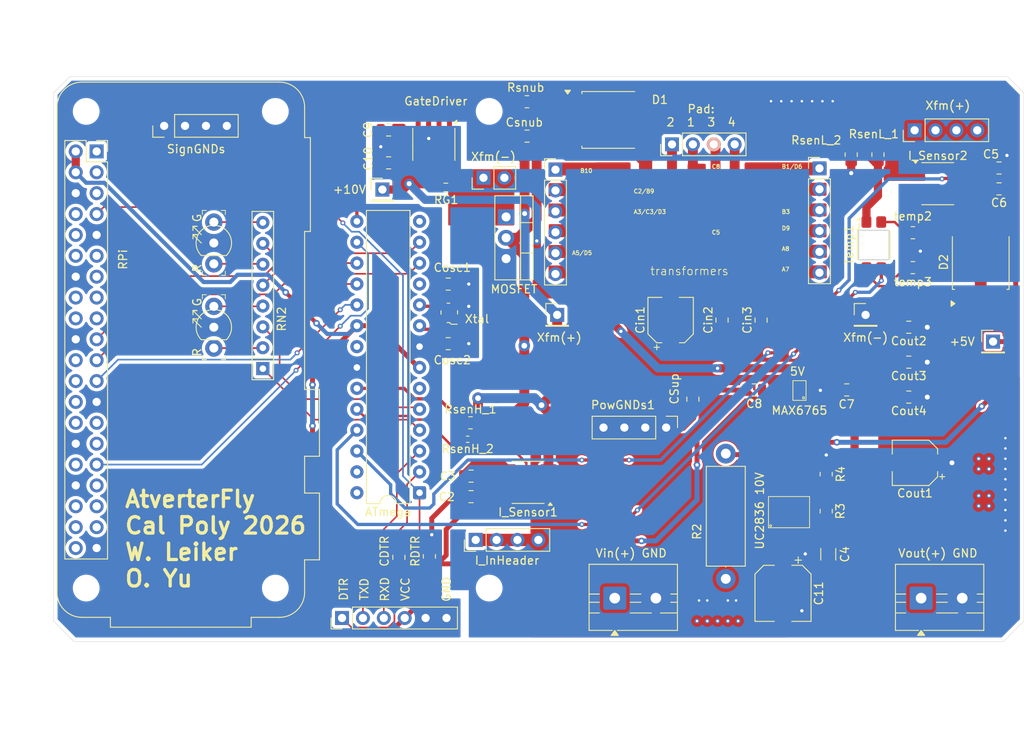
<source format=kicad_pcb>
(kicad_pcb (version 20241229) (generator "pcbnew") (generator_version "9.0")
  (title_block (title "EV Microgrid Flyback Converter ") (company "Cal Poly, Senior Project"))
  (layers (0 "F.Cu" signal) (2 "B.Cu" signal) (13 "F.Paste" user) (15 "B.Paste" user) (5 "F.SilkS" user "F.Silkscreen") (7 "B.SilkS" user "B.Silkscreen") (1 "F.Mask" user) (3 "B.Mask" user) (25 "Edge.Cuts" user))
  (net 0 "")
  (net 1 "/+5Vcc")
  (net 2 "AGND")
  (net 3 "Net-(I_Sensor1-FILTER)")
  (net 4 "PGND")
  (net 5 "/+10Vcc")
  (net 6 "Net-(I_Sensor2-FILTER)")
  (net 7 "Net-(MAX6765-ENABLE)")
  (net 8 "Net-(MAX6765-OUT)")
  (net 9 "/DTR")
  (net 10 "/!Reset")
  (net 11 "Net-(D1-A)")
  (net 12 "/Vin(+)")
  (net 13 "/Vout(+)")
  (net 14 "Net-(D1-K)")
  (net 15 "Net-(D2-A)")
  (net 17 "/PWM")
  (net 19 "Net-(GateDriver1-~{OUT_A})")
  (net 22 "Net-(T1-AA)")
  (net 23 "/IH")
  (net 24 "/IL")
  (net 25 "Net-(UC2836_10V1-Shutdown)")
  (net 26 "/Red1")
  (net 27 "/Green1")
  (net 28 "Net-(D3-A1)")
  (net 29 "Net-(D3-A2)")
  (net 30 "Net-(D4-A2)")
  (net 31 "/Red2")
  (net 32 "/Green2")
  (net 33 "Net-(D4-A1)")
  (net 34 "/VH")
  (net 36 "/VL")
  (net 37 "/SCLK")
  (net 38 "Net-(ATmega1-XTAL1{slash}PB6)")
  (net 39 "Net-(ATmega1-XTAL2{slash}PB7)")
  (net 40 "unconnected-(ATmega1-AREF-Pad21)")
  (net 41 "/!SS")
  (net 42 "/MOSI")
  (net 43 "/RXD")
  (net 45 "/TXD")
  (net 46 "/ProReset")
  (net 47 "/MISO")
  (net 48 "Net-(UC2836_10V1-Driver_Sink)")
  (net 49 "Net-(UC2836_10V1-Feedback)")
  (net 51 "unconnected-(ATmega1-PC4-Pad27)")
  (net 52 "unconnected-(ATmega1-PB0-Pad14)")
  (net 65 "Net-(RPi1-3V3-Pad1)")
  (net 79 "Net-(MOSFET1-G)")
  (net 80 "Net-(Temp1-A)")
  (net 81 "Net-(Temp1-E)")
  (net 82 "Net-(Temp1-K)")
  (net 83 "Net-(T1-SB)")
  (footprint "FlybackSpecialtyComps:Oscillator_Crystal_4pin_SXT224" (layer "F.Cu") (at 133.025 83.575 180)
    (property "Reference" "Xtal")
    (property "Value" "Xtal" (hide yes))
  )
  (footprint "Connector_PinHeader_2.54mm:PinHeader_1x01_P2.54mm_Vertical" (layer "F.Cu") (at 125 68.75)
    (property "Reference" "REF**" (hide yes))
    (property "Value" "PinHeader_1x01_P2.54mm_Vertical" (hide yes))
  )
  (footprint "Capacitor_SMD:C_0805_2012Metric" (layer "F.Cu") (at 170.21 93.13 180)
    (property "Reference" "C8")
    (property "Value" "0.1u" (hide yes))
  )
  (footprint "Capacitor_SMD:C_0805_2012Metric" (layer "F.Cu") (at 189 89.75 180)
    (property "Reference" "Cout3")
    (property "Value" "5u" (hide yes))
  )
  (footprint "Resistor_SMD:R_0805_2012Metric" (layer "F.Cu") (at 178.96 103.38 -90)
    (property "Reference" "R4")
    (property "Value" "2.5k" (hide yes))
  )
  (footprint "Connector_PinHeader_2.54mm:PinHeader_1x01_P2.54mm_Vertical" (layer "F.Cu") (at 183.75 84)
    (property "Reference" "REF**" (hide yes))
    (property "Value" "PinHeader_1x01_P2.54mm_Vertical" (hide yes))
  )
  (footprint "Capacitor_SMD:C_0805_2012Metric" (layer "F.Cu") (at 189 85.5 180)
    (property "Reference" "Cout2")
    (property "Value" "5u" (hide yes))
  )
  (footprint "Resistor_SMD:R_0805_2012Metric" (layer "F.Cu") (at 130.71 113.38 -90)
    (property "Reference" "RDTR")
    (property "Value" "10k" (hide yes))
  )
  (footprint "Capacitor_SMD:C_0805_2012Metric" (layer "F.Cu") (at 166.294415 84.63 90)
    (property "Reference" "Cin2")
    (property "Value" "5u" (hide yes))
  )
  (footprint "FlybackSpecialtyComps:LED_3pin_P2.54mm" (layer "F.Cu") (at 104.5 77.79 90)
    (property "Reference" "D4" (hide yes))
    (property "Value" "LED_Dual_AKA" (hide yes))
  )
  (footprint "Capacitor_SMD:C_0805_2012Metric" (layer "F.Cu") (at 189 94 180)
    (property "Reference" "Cout4")
    (property "Value" "5u" (hide yes))
  )
  (footprint "Package_SO:SOIC-8_3.9x4.9mm_P1.27mm" (layer "F.Cu") (at 192.525 68.035)
    (property "Reference" "I_Sensor2")
    (property "Value" "ACS712xLCTR-05B" (hide yes))
  )
  (footprint "Package_SO:SOIC-8_3.9x4.9mm_P1.27mm" (layer "F.Cu") (at 131.25 63.25 -90)
    (property "Reference" "GateDriver")
    (property "Value" "TC4426xOA" (hide yes))
  )
  (footprint "OptoDevice:Kodenshi_SG105" (layer "F.Cu") (at 184.75 75.5)
    (property "Reference" "Temp1")
    (property "Value" "Temp" (hide yes))
    (fp_line (start -1.85 -1.8) (end 1.85 -1.8) (stroke (width 0.12)) (layer "Edge.Cuts"))
    (fp_line (start -1.85 1.8) (end -1.85 -1.8) (stroke (width 0.12)) (layer "Edge.Cuts"))
    (fp_line (start 1.85 -1.8) (end 1.85 1.8) (stroke (width 0.12)) (layer "Edge.Cuts"))
    (fp_line (start 1.85 1.8) (end -1.85 1.8) (stroke (width 0.12)) (layer "Edge.Cuts"))
  )
  (footprint "FlybackSpecialtyComps:transformers" (layer "F.Cu") (at 153 66.25)
    (property "Reference" "T1" (hide yes))
    (property "Value" "Transformer_1P_1S" (hide yes))
  )
  (footprint "Capacitor_SMD:CP_Elec_5x4.5" (layer "F.Cu") (at 160.044415 84.63 90)
    (property "Reference" "Cin1")
    (property "Value" "10u" (hide yes))
  )
  (footprint "Package_TO_SOT_SMD:TO-252-3_TabPin2" (layer "F.Cu") (at 197.75 77.585 90)
    (property "Reference" "D2")
    (property "Value" "D" (hide yes))
  )
  (footprint "Capacitor_SMD:C_0805_2012Metric_Pad1.18x1.45mm_HandSolder" (layer "F.Cu") (at 162.75 94.25 -90)
    (property "Reference" "CSup")
    (property "Value" "1uF" (hide yes))
  )
  (footprint "Connector_PinHeader_2.54mm:PinHeader_1x01_P2.54mm_Vertical" (layer "F.Cu") (at 199.25 87.25)
    (property "Reference" "REF**" (hide yes))
    (property "Value" "PinHeader_1x01_P2.54mm_Vertical" (hide yes))
  )
  (footprint "Resistor_THT:R_Array_SIP8" (layer "F.Cu") (at 110.46 90.54 90)
    (property "Reference" "RN2")
    (property "Value" "R_Pack04_SIP" (hide yes))
  )
  (footprint "Resistor_SMD:R_0805_2012Metric" (layer "F.Cu") (at 189.5 74 180)
    (property "Reference" "temp2")
    (property "Value" "temp2" (hide yes))
  )
  (footprint "Resistor_SMD:R_0805_2012Metric" (layer "F.Cu") (at 142.577446 58.063458)
    (property "Reference" "Rsnub")
    (property "Value" "110" (hide yes))
  )
  (footprint "Capacitor_SMD:C_0805_2012Metric" (layer "F.Cu") (at 125.75 61.5)
    (property "Reference" "C9")
    (property "Value" "10u" (hide yes))
  )
  (footprint "Connector_PinHeader_2.54mm:PinHeader_1x04_P2.54mm_Vertical" (layer "F.Cu") (at 136.34 111.38 90)
    (property "Reference" "I_InHeader")
    (property "Value" "Conn_01x04_Pin" (hide yes))
  )
  (footprint "Capacitor_SMD:C_0805_2012Metric" (layer "F.Cu") (at 181.46 93.13)
    (property "Reference" "C7")
    (property "Value" "10u" (hide yes))
  )
  (footprint "Capacitor_SMD:C_0805_2012Metric" (layer "F.Cu") (at 133 87.5 180)
    (property "Reference" "Cosc2")
    (property "Value" "22pf" (hide yes))
  )
  (footprint "Capacitor_SMD:C_0805_2012Metric" (layer "F.Cu") (at 142.5875 62.25)
    (property "Reference" "Csnub")
    (property "Value" "4n" (hide yes))
  )
  (footprint "Capacitor_SMD:CP_Elec_5x4.5" (layer "F.Cu") (at 189.75 102 180)
    (property "Reference" "Cout1")
    (property "Value" "15u" (hide yes))
  )
  (footprint "Capacitor_SMD:C_0805_2012Metric" (layer "F.Cu") (at 135.776297 106.116938 180)
    (property "Reference" "C2")
    (property "Value" "0.1u" (hide yes))
  )
  (footprint "Capacitor_SMD:C_0805_2012Metric" (layer "F.Cu") (at 199.975 66.13)
    (property "Reference" "C5")
    (property "Value" "0.1u" (hide yes))
  )
  (footprint "Connector_PinHeader_2.54mm:PinHeader_1x04_P2.54mm_Vertical" (layer "F.Cu") (at 159.5 97.71 -90)
    (property "Reference" "PowGNDs1")
    (property "Value" "Conn_01x04_Pin" (hide yes))
  )
  (footprint "Capacitor_SMD:C_0805_2012Metric_Pad1.18x1.45mm_HandSolder" (layer "F.Cu") (at 127 113.5 -90)
    (property "Reference" "CDTR")
    (property "Value" "1uF" (hide yes))
  )
  (footprint "FlybackSpecialtyComps:Max6765" (layer "F.Cu") (at 177.21 94.13 180)
    (property "Reference" "MAX6765")
    (property "Value" "5V Regulator" (hide yes))
  )
  (footprint "FlybackSpecialtyComps:FTDI_USB_TTL_Header" (layer "F.Cu") (at 120.09 120.88 90)
    (property "Reference" "Header1" (hide yes))
    (property "Value" "Conn_01x06_Male" (hide yes))
  )
  (footprint "Resistor_SMD:R_0805_2012Metric" (layer "F.Cu") (at 135.71 97.13)
    (property "Reference" "RsenH_1")
    (property "Value" "120k" (hide yes))
  )
  (footprint "Connector_PinHeader_2.54mm:PinHeader_1x04_P2.54mm_Vertical" (layer "F.Cu") (at 189.71 61.535 90)
    (property "Reference" "Xfm(+)")
    (property "Value" "Conn_01x04_Pin" (hide yes))
  )
  (footprint "Capacitor_SMD:C_0805_2012Metric" (layer "F.Cu") (at 133 80.25 180)
    (property "Reference" "Cosc1")
    (property "Value" "22pf" (hide yes))
  )
  (footprint "Connector_PinHeader_2.54mm:PinHeader_1x02_P2.54mm_Vertical" (layer "F.Cu") (at 137.286986 67.317439 90)
    (property "Reference" "Xfm(-)")
    (property "Value" "PinHeader_1x02_P2.54mm_Vertical" (hide yes))
  )
  (footprint "Package_SO:SOIC-8_3.9x4.9mm_P1.27mm" (layer "F.Cu") (at 142.71 104.38 180)
    (property "Reference" "I_Sensor1")
    (property "Value" "ACS712xLCTR-05B" (hide yes))
  )
  (footprint "Resistor_SMD:R_0402_1005Metric_Pad0.72x0.64mm_HandSolder" (layer "F.Cu") (at 135.370389 99.13 180)
    (property "Reference" "RsenH_2")
    (property "Value" "10k" (hide yes))
  )
  (footprint "FlybackSpecialtyComps:FTDI_USB_TTL_Header" (layer "F.Cu") (at 178.139725 66.168571)
    (property "Reference" "Header1" (hide yes))
    (property "Value" "Conn_01x06_Male" (hide yes))
  )
  (footprint "Resistor_SMD:R_0805_2012Metric" (layer "F.Cu") (at 185.25 64.5 -90)
    (property "Reference" "RsenL_1")
    (property "Value" "120k" (hide yes))
  )
  (footprint "Capacitor_SMD:C_0805_2012Metric" (layer "F.Cu") (at 125.75 65.5)
    (property "Reference" "C10")
    (property "Value" "0.1u" (hide yes))
  )
  (footprint "Resistor_SMD:R_0805_2012Metric" (layer "F.Cu") (at 178.96 107.88 90)
    (property "Reference" "R3")
    (property "Value" "7500" (hide yes))
  )
  (footprint "FlybackSpecialtyComps:LED_3pin_P2.54mm" (layer "F.Cu") (at 104.5 88.04 90)
    (property "Reference" "D3" (hide yes))
    (property "Value" "LED_Dual_AKA" (hide yes))
  )
  (footprint "Connector_PinHeader_2.54mm:PinHeader_1x01_P2.54mm_Vertical" (layer "F.Cu") (at 146.25 84)
    (property "Reference" "REF**" (hide yes))
    (property "Value" "PinHeader_1x01_P2.54mm_Vertical" (hide yes))
  )
  (footprint "Capacitor_SMD:C_0805_2012Metric" (layer "F.Cu") (at 171.044415 84.63 90)
    (property "Reference" "Cin3")
    (property "Value" "5u" (hide yes))
  )
  (footprint "TerminalBlock:TerminalBlock_MaiXu_MX126-5.0-02P_1x02_P5.00mm" (layer "F.Cu") (at 153.25 118.4675)
    (property "Reference" "Vin(+) GND")
    (property "Value" "Screw_Terminal_01x02" (hide yes))
  )
  (footprint "Package_DIP:DIP-28_W7.62mm" (layer "F.Cu") (at 129.515 105.64 180)
    (property "Reference" "ATmega")
    (property "Value" "ATmega328P-P" (hide yes))
  )
  (footprint "FlybackSpecialtyComps:UC2836" (layer "F.Cu") (at 172.46 110.87 90)
    (property "Reference" "UC2836_10V1" (hide yes))
    (property "Value" "10V Regulator" (hide yes))
  )
  (footprint "Package_TO_SOT_THT:TO-220-3_Vertical" (layer "F.Cu") (at 140.04 72.08 -90)
    (property "Reference" "MOSFET")
    (property "Value" "IRF540N" (hide yes))
  )
  (footprint "Capacitor_SMD:C_0805_2012Metric" (layer "F.Cu") (at 135.776297 103.616938)
    (property "Reference" "C3")
    (property "Value" "1n" (hide yes))
  )
  (footprint "Connector_PinHeader_2.54mm:PinHeader_1x04_P2.54mm_Vertical" (layer "F.Cu") (at 98.46 61 90)
    (property "Reference" "SignGNDs")
    (property "Value" "Conn_01x04_Pin" (hide yes))
  )
  (footprint "Resistor_SMD:R_0603_1608Metric" (layer "F.Cu") (at 132.713291 68.497971)
    (property "Reference" "RG1")
    (property "Value" "0" (hide yes))
  )
  (footprint "FlybackSpecialtyComps:Raspberry_Pi_Zero_and_Four" (layer "F.Cu") (at 90.25 64.11)
    (property "Reference" "RPi")
    (property "Value" "Raspberry_Pi_2_3" (hide yes))
  )
  (footprint "Resistor_SMD:R_0805_2012Metric" (layer "F.Cu") (at 182 64.5 -90)
    (property "Reference" "RsenL_2")
    (property "Value" "10k" (hide yes))
  )
  (footprint "Connector_PinHeader_2.54mm:PinHeader_1x04_P2.54mm_Vertical" (layer "F.Cu") (at 160.21 63.25 90)
    (property "Reference" "I_InHeader1" (hide yes))
    (property "Value" "Conn_01x04_Pin" (hide yes))
  )
  (footprint "Capacitor_SMD:C_1206_3216Metric" (layer "F.Cu") (at 179.21 113.13 -90)
    (property "Reference" "C4")
    (property "Value" "30u" (hide yes))
  )
  (footprint "TerminalBlock:TerminalBlock_MaiXu_MX126-5.0-02P_1x02_P5.00mm" (layer "F.Cu") (at 190.5 118.4675)
    (property "Reference" "Vout(+) GND")
    (property "Value" "Screw_Terminal_01x02" (hide yes))
  )
  (footprint "Capacitor_SMD:C_0805_2012Metric" (layer "F.Cu") (at 199.975 68.668596 180)
    (property "Reference" "C6")
    (property "Value" "1n" (hide yes))
  )
  (footprint "Resistor_SMD:R_0805_2012Metric" (layer "F.Cu") (at 189.5 78.25 180)
    (property "Reference" "temp3")
    (property "Value" "temp3" (hide yes))
  )
  (footprint "Resistor_THT:R_Axial_DIN0414_L11.9mm_D4.5mm_P15.24mm_Horizontal" (layer "F.Cu") (at 166.75 116.12 90)
    (property "Reference" "R2")
    (property "Value" "0.1" (hide yes))
  )
  (footprint "Capacitor_SMD:CP_Elec_6.3x7.7" (layer "F.Cu") (at 173.71 117.88 -90)
    (property "Reference" "C11")
    (property "Value" "30u" (hide yes))
  )
  (footprint "Package_TO_SOT_SMD:TO-252-3_TabPin2" (layer "F.Cu") (at 152.565 60.275)
    (property "Reference" "D1")
    (property "Value" "D" (hide yes))
  )
  (footprint "FlybackSpecialtyComps:FTDI_USB_TTL_Header" (layer "F.Cu") (at 146.04 66.33)
    (property "Reference" "Header1" (hide yes))
    (property "Value" "Conn_01x06_Male" (hide yes))
  )
  (gr_line (start 87 55) (end 85 57) (stroke (width 0.05)) (layer "Edge.Cuts"))
  (gr_line (start 85 57) (end 85 121.25) (stroke (width 0.05)) (layer "Edge.Cuts"))
  (gr_line (start 203 121.25) (end 200.5 123.75) (stroke (width 0.05)) (layer "Edge.Cuts"))
  (gr_line (start 201 55) (end 203 57) (stroke (width 0.05)) (layer "Edge.Cuts"))
  (gr_line (start 201 55) (end 87 55) (stroke (width 0.05)) (layer "Edge.Cuts"))
  (gr_line (start 87.5 123.75) (end 85 121.25) (stroke (width 0.05)) (layer "Edge.Cuts"))
  (gr_line (start 203 57) (end 203 121.25) (stroke (width 0.05)) (layer "Edge.Cuts"))
  (gr_line (start 200.5 123.75) (end 87.5 123.75) (stroke (width 0.05)) (layer "Edge.Cuts"))
  (gr_text "Pad:\n2  1  3  4" (at 163.75 59.75 0) (layer "F.SilkS") (effects (font (size 1 1))))
  (gr_text "Xfm(+)" (at 146.5 86.75 0) (layer "F.SilkS") (effects (font (size 1 1))))
  (gr_text "+10V\n" (at 121 68.75 0) (layer "F.SilkS") (effects (font (size 1 1))))
  (gr_text "+5V" (at 195.5 87.25 0) (layer "F.SilkS") (effects (font (size 1 1))))
  (gr_text "Xfm(-)" (at 183.75 86.75 0) (layer "F.SilkS") (effects (font (size 1 1))))
  (gr_text "5V" (at 175.46 90.88 0) (layer "F.SilkS") (effects (font (size 1 1))))
  (gr_text "AtverterFly\nCal Poly 2026\nW. Leiker\nO. Yu\n" (at 93.5 117.25 0) (layer "F.SilkS") (effects (font (size 2 2) (thickness 0.4) (bold yes)) (justify left bottom)))
  (segment (start 127.71 120.88) (end 130.71 117.88) (width 0.6) (layer "F.Cu") (net 1))
  (segment (start 162.71 93.15) (end 169.24 93.15) (width 0.6) (layer "F.Cu") (net 1))
  (segment (start 163.25 102.25) (end 163.25 99.14) (width 0.6) (layer "F.Cu") (net 1))
  (segment (start 121.895 85.32) (end 116.5 90.715) (width 0.6) (layer "F.Cu") (net 1))
  (segment (start 175.63 99.5) (end 169.26 93.13) (width 0.6) (layer "F.Cu") (net 1))
  (segment (start 130.71 117.88) (end 130.71 114.2925) (width 0.6) (layer "F.Cu") (net 1))
  (segment (start 116.5 97.5) (end 116.5 120.75) (width 0.6) (layer "F.Cu") (net 1))
  (segment (start 180.25 99.5) (end 175.63 99.5) (width 0.6) (layer "F.Cu") (net 1))
  (segment (start 199.025 66.13) (end 195 66.13) (width 0.6) (layer "F.Cu") (net 1))
  (segment (start 156.5 111.5) (end 149.5 111.5) (width 0.6) (layer "F.Cu") (net 1))
  (segment (start 87.71 66.65) (end 87.71 64.11) (width 1) (layer "F.Cu") (net 1))
  (segment (start 116.5 90.715) (end 116.5 92.5) (width 0.6) (layer "F.Cu") (net 1))
  (segment (start 132.75 110.093235) (end 136.726297 106.116938) (width 0.6) (layer "F.Cu") (net 1))
  (segment (start 129.4 90.4) (end 124.32 85.32) (width 0.6) (layer "F.Cu") (net 1))
  (segment (start 199.025 64.725) (end 200.25 63.5) (width 0.6) (layer "F.Cu") (net 1))
  (segment (start 149.5 111.5) (end 146.7075 114.2925) (width 0.6) (layer "F.Cu") (net 1))
  (segment (start 124.32 85.32) (end 121.895 85.32) (width 0.6) (layer "F.Cu") (net 1))
  (segment (start 202 91) (end 197.875 95.125) (width 0.6) (layer "F.Cu") (net 1))
  (segment (start 130.71 114.2925) (end 131.7075 114.2925) (width 0.6) (layer "F.Cu") (net 1))
  (segment (start 118.5 122.75) (end 125.84 122.75) (width 0.6) (layer "F.Cu") (net 1))
  (segment (start 125.84 122.75) (end 127.71 120.88) (width 0.6) (layer "F.Cu") (net 1))
  (segment (start 199.025 66.13) (end 199.025 64.725) (width 0.6) (layer "F.Cu") (net 1))
  (segment (start 113.237525 81.262475) (end 116.987525 85.012475) (width 0.5) (layer "F.Cu") (net 1))
  (segment (start 169.24 93.15) (end 169.26 93.13) (width 0.6) (layer "F.Cu") (net 1))
  (segment (start 202 64) (end 202 87.25) (width 0.6) (layer "F.Cu") (net 1))
  (segment (start 202 87.25) (end 202 91) (width 0.6) (layer "F.Cu") (net 1))
  (segment (start 131.7075 114.2925) (end 132.75 113.25) (width 0.6) (layer "F.Cu") (net 1))
  (segment (start 199.25 87.25) (end 202 87.25) (width 0.6) (layer "F.Cu") (net 1))
  (segment (start 201.5 63.5) (end 202 64) (width 0.6) (layer "F.Cu") (net 1))
  (segment (start 163.25 99.14) (end 169.26 93.13) (width 0.6) (layer "F.Cu") (net 1))
  (segment (start 116.5 120.75) (end 118.5 122.75) (width 0.6) (layer "F.Cu") (net 1))
  (segment (start 200.25 63.5) (end 201.5 63.5) (width 0.6) (layer "F.Cu") (net 1))
  (segment (start 146.7075 114.2925) (end 130.71 114.2925) (width 0.6) (layer "F.Cu") (net 1))
  (segment (start 132.75 113.25) (end 132.75 110.093235) (width 0.6) (layer "F.Cu") (net 1))
  (segment (start 140.235 106.285) (end 136.894359 106.285) (width 0.6) (layer "F.Cu") (net 1))
  (segment (start 129.515 90.4) (end 129.4 90.4) (width 0.6) (layer "F.Cu") (net 1))
  (via (at 197.875 95.125) (size 0.8) (drill 0.4) (layers "F.Cu" "B.Cu") (net 1))
  (via (at 180.25 99.5) (size 0.8) (drill 0.4) (layers "F.Cu" "B.Cu") (net 1))
  (via (at 156.5 111.5) (size 0.8) (drill 0.4) (layers "F.Cu" "B.Cu") (net 1))
  (via (at 116.5 92.5) (size 0.8) (drill 0.4) (layers "F.Cu" "B.Cu") (net 1))
  (via (at 116.987525 85.012475) (size 0.8) (drill 0.4) (layers "F.Cu" "B.Cu") (net 1))
  (via (at 116.5 97.5) (size 0.8) (drill 0.4) (layers "F.Cu" "B.Cu") (net 1))
  (via (at 163.25 102.25) (size 0.8) (drill 0.4) (layers "F.Cu" "B.Cu") (net 1))
  (via (at 113.237525 81.262475) (size 0.8) (drill 0.4) (layers "F.Cu" "B.Cu") (net 1))
  (segment (start 197.875 95.125) (end 193.5 99.5) (width 0.6) (layer "B.Cu") (net 1))
  (segment (start 111.086512 79.111462) (end 113.237525 81.262475) (width 0.5) (layer "B.Cu") (net 1))
  (segment (start 120.8959 86.3191) (end 121.895 85.32) (width 0.5) (layer "B.Cu") (net 1))
  (segment (start 163.25 106.5) (end 163.25 102.25) (width 0.6) (layer "B.Cu") (net 1))
  (segment (start 107.388538 79.111462) (end 111.086512 79.111462) (width 0.5) (layer "B.Cu") (net 1))
  (segment (start 91.172174 67.922174) (end 103.25 80) (width 0.5) (layer "B.Cu") (net 1))
  (segment (start 158.25 111.5) (end 163.25 106.5) (width 0.6) (layer "B.Cu") (net 1))
  (segment (start 193.5 99.5) (end 180.25 99.5) (width 0.6) (layer "B.Cu") (net 1))
  (segment (start 106.5 80) (end 107.388538 79.111462) (width 0.5) (layer "B.Cu") (net 1))
  (segment (start 87.71 66.65) (end 88.982174 67.922174) (width 0.5) (layer "B.Cu") (net 1))
  (segment (start 103.25 80) (end 106.5 80) (width 0.5) (layer "B.Cu") (net 1))
  (segment (start 88.982174 67.922174) (end 91.172174 67.922174) (width 0.5) (layer "B.Cu") (net 1))
  (segment (start 118.29415 86.3191) (end 120.8959 86.3191) (width 0.5) (layer "B.Cu") (net 1))
  (segment (start 116.5 92.5) (end 116.5 97.5) (width 0.6) (layer "B.Cu") (net 1))
  (segment (start 156.5 111.5) (end 158.25 111.5) (width 0.6) (layer "B.Cu") (net 1))
  (segment (start 116.987525 85.012475) (end 118.29415 86.3191) (width 0.5) (layer "B.Cu") (net 1))
  (segment (start 140.235 102.475) (end 139.851951 102.091951) (width 0.5) (layer "F.Cu") (net 2))
  (segment (start 135.908049 102.091951) (end 134.826297 103.173703) (width 0.5) (layer "F.Cu") (net 2))
  (segment (start 134.826297 103.173703) (end 134.826297 103.616938) (width 0.5) (layer "F.Cu") (net 2))
  (segment (start 131 110.75) (end 131 108.75) (width 0.6) (layer "F.Cu") (net 2))
  (segment (start 134.826297 106.116938) (end 134.826297 103.616938) (width 0.8) (layer "F.Cu") (net 2))
  (segment (start 139.851951 102.091951) (end 135.908049 102.091951) (width 0.5) (layer "F.Cu") (net 2))
  (segment (start 195 69.94) (end 199.653596 69.94) (width 0.5) (layer "F.Cu") (net 2))
  (segment (start 133.633062 106.116938) (end 134.826297 106.116938) (width 0.6) (layer "F.Cu") (net 2))
  (segment (start 131 108.75) (end 133.633062 106.116938) (width 0.6) (layer "F.Cu") (net 2))
  (segment (start 133.75 83.091897) (end 133.75 82.95) (width 0.4) (layer "F.Cu") (net 2))
  (segment (start 133.75 82.95) (end 135.484346 82.95) (width 0.4) (layer "F.Cu") (net 2))
  (segment (start 190.4125 76.25) (end 190.4125 78.25) (width 0.6) (layer "F.Cu") (net 2))
  (segment (start 133.95 80.25) (end 135.5 80.25) (width 0.4) (layer "F.Cu") (net 2))
  (segment (start 200.925 66.13) (end 200.925 68.668596) (width 0.8) (layer "F.Cu") (net 2))
  (segment (start 132.5 84.5) (end 132.5 84.341897) (width 0.4) (layer "F.Cu") (net 2))
  (segment (start 200.925 66.13) (end 200.925 64.60971) (width 0.6) (layer "F.Cu") (net 2))
  (segment (start 190.4125 74) (end 190.4125 76.25) (width 0.6) (layer "F.Cu") (net 2))
  (segment (start 199.653596 69.94) (end 200.925 68.668596) (width 0.5) (layer "F.Cu") (net 2))
  (segment (start 133.95 87.5) (end 135.5 87.5) (width 0.4) (layer "F.Cu") (net 2))
  (segment (start 133.95 82.75) (end 133.75 82.95) (width 0.2) (layer "F.Cu") (net 2))
  (segment (start 132.5 84.341897) (end 133.75 83.091897) (width 0.4) (layer "F.Cu") (net 2))
  (via (at 190.4125 76.25) (size 0.8) (drill 0.4) (layers "F.Cu" "B.Cu") (net 2))
  (via (at 131 110.75) (size 0.8) (drill 0.4) (layers "F.Cu" "B.Cu") (net 2))
  (via (at 172.25 58) (size 0.6) (drill 0.3) (layers "F.Cu" "B.Cu") (net 2))
  (via (at 174.75 58) (size 0.6) (drill 0.3) (layers "F.Cu" "B.Cu") (net 2))
  (via (at 135.5 87.5) (size 0.8) (drill 0.4) (layers "F.Cu" "B.Cu") (net 2))
  (via (at 176 58) (size 0.6) (drill 0.3) (layers "F.Cu" "B.Cu") (net 2))
  (via (at 200.9378 64.59691) (size 0.8) (drill 0.4) (layers "F.Cu" "B.Cu") (net 2))
  (via (at 179.75 58) (size 0.6) (drill 0.3) (layers "F.Cu" "B.Cu") (net 2))
  (via (at 135.5 80.25) (size 0.8) (drill 0.4) (layers "F.Cu" "B.Cu") (net 2))
  (via (at 177.25 58) (size 0.6) (drill 0.3) (layers "F.Cu" "B.Cu") (net 2))
  (via (at 135.498382 82.964036) (size 0.8) (drill 0.4) (layers "F.Cu" "B.Cu") (net 2))
  (via (at 178.5 58) (size 0.6) (drill 0.3) (layers "F.Cu" "B.Cu") (net 2))
  (via (at 173.5 58) (size 0.6) (drill 0.3) (layers "F.Cu" "B.Cu") (net 2))
  (segment (start 136.854359 103.745) (end 136.726297 103.616938) (width 0.2) (layer "F.Cu") (net 3))
  (segment (start 140.235 103.745) (end 136.854359 103.745) (width 0.6) (layer "F.Cu") (net 3))
  (segment (start 124.8 61.5) (end 124.8 63.54) (width 0.6) (layer "F.Cu") (net 4))
  (segment (start 162.75 96.5) (end 162.75 95.2875) (width 0.8) (layer "F.Cu") (net 4))
  (segment (start 130.615 60.775) (end 130.615 62.525) (width 0.6) (layer "F.Cu") (net 4))
  (segment (start 175 110.87) (end 175 111.669999) (width 0.6) (layer "F.Cu") (net 4))
  (segment (start 189.95 94) (end 191.25 94) (width 1) (layer "F.Cu") (net 4))
  (segment (start 191.95 102) (end 194.25 102) (width 1) (layer "F.Cu") (net 4))
  (segment (start 177.21 93.18) (end 178.25 93.18) (width 0.4) (layer "F.Cu") (net 4))
  (segment (start 161.54 97.71) (end 162.75 96.5) (width 0.8) (layer "F.Cu") (net 4))
  (segment (start 189.95 89.75) (end 191.25 89.75) (width 1) (layer "F.Cu") (net 4))
  (segment (start 175 111.669999) (end 176.415 113.085) (width 0.6) (layer "F.Cu") (net 4))
  (segment (start 159.5 97.71) (end 161.54 97.71) (width 0.8) (layer "F.Cu") (net 4))
  (segment (start 175.42 120.58) (end 176 120) (width 0.6) (layer "F.Cu") (net 4))
  (segment (start 177.935001 114.605) (end 179.21 114.605) (width 0.6) (layer "F.Cu") (net 4))
  (segment (start 189.95 85.5) (end 191.25 85.5) (width 1) (layer "F.Cu") (net 4))
  (segment (start 178.96 102.4675) (end 178.96 101.053977) (width 0.8) (layer "F.Cu") (net 4))
  (segment (start 173.71 120.58) (end 175.42 120.58) (width 0.6) (layer "F.Cu") (net 4))
  (segment (start 124.8 63.54) (end 124.8 65.5) (width 0.6) (layer "F.Cu") (net 4))
  (segment (start 176.415 113.085) (end 177.935001 114.605) (width 0.6) (layer "F.Cu") (net 4))
  (segment (start 182 65.4125) (end 182 66.75) (width 1) (layer "F.Cu") (net 4))
  (via (at 200.75 104) (size 0.6) (drill 0.3) (layers "F.Cu" "B.Cu") (net 4))
  (via (at 200.75 100.25) (size 0.6) (drill 0.3) (layers "F.Cu" "B.Cu") (net 4))
  (via (at 200.75 105.25) (size 0.6) (drill 0.3) (layers "F.Cu" "B.Cu") (net 4))
  (via (at 191.25 85.5) (size 1.2) (drill 0.6) (layers "F.Cu" "B.Cu") (net 4))
  (via (at 130.63 62.54) (size 0.8) (drill 0.4) (layers "F.Cu" "B.Cu") (net 4))
  (via (at 176.415 113.085) (size 0.8) (drill 0.4) (layers "F.Cu" "B.Cu") (net 4))
  (via (at 200.75 109) (size 0.6) (drill 0.3) (layers "F.Cu" "B.Cu") (net 4))
  (via (at 176 120) (size 0.8) (drill 0.4) (layers "F.Cu" "B.Cu") (net 4))
  (via (at 168 118.75) (size 0.6) (drill 0.3) (layers "F.Cu" "B.Cu") (net 4))
  (via (at 200.75 106.5) (size 0.6) (drill 0.3) (layers "F.Cu" "B.Cu") (net 4))
  (via (at 200.75 99) (size 0.6) (drill 0.3) (layers "F.Cu" "B.Cu") (net 4))
  (via (at 164.5 118.75) (size 0.6) (drill 0.3) (layers "F.Cu" "B.Cu") (net 4))
  (via (at 178.25 93.18) (size 0.8) (drill 0.4) (layers "F.Cu" "B.Cu") (net 4))
  (via (at 194.25 102) (size 1.2) (drill 0.6) (layers "F.Cu" "B.Cu") (net 4))
  (via (at 167 118.75) (size 0.6) (drill 0.3) (layers "F.Cu" "B.Cu") (net 4))
  (via (at 200.75 102.75) (size 0.6) (drill 0.3) (layers "F.Cu" "B.Cu") (net 4))
  (via (at 200.75 101.5) (size 0.6) (drill 0.3) (layers "F.Cu" "B.Cu") (net 4))
  (via (at 191.25 89.75) (size 1.2) (drill 0.6) (layers "F.Cu" "B.Cu") (net 4))
  (via (at 163.5 118.75) (size 0.6) (drill 0.3) (layers "F.Cu" "B.Cu") (net 4))
  (via (at 200.75 107.75) (size 0.6) (drill 0.3) (layers "F.Cu" "B.Cu") (net 4))
  (via (at 124.8 63.54) (size 0.8) (drill 0.4) (layers "F.Cu" "B.Cu") (net 4))
  (via (at 200.75 110.25) (size 0.6) (drill 0.3) (layers "F.Cu" "B.Cu") (net 4))
  (via (at 182 66.75) (size 1) (drill 0.5) (layers "F.Cu" "B.Cu") (net 4))
  (via (at 178.970104 101.043873) (size 0.8) (drill 0.4) (layers "F.Cu" "B.Cu") (net 4))
  (via (at 191.25 94) (size 1.2) (drill 0.6) (layers "F.Cu" "B.Cu") (net 4))
  (segment (start 180.2075 108.7925) (end 182.41 106.59) (width 1) (layer "F.Cu") (net 5))
  (segment (start 165.75 90.5) (end 181 90.5) (width 1) (layer "F.Cu") (net 5))
  (segment (start 182.41 91.91) (end 182.41 93.13) (width 1) (layer "F.Cu") (net 5))
  (segment (start 181 90.5) (end 182.41 91.91) (width 1) (layer "F.Cu") (net 5))
  (segment (start 149.5 81.5) (end 154 86) (width 1) (layer "F.Cu") (net 5))
  (segment (start 127.54 68.75) (end 125 68.75) (width 1) (layer "F.Cu") (net 5))
  (segment (start 128.25 68.04) (end 127.54 68.75) (width 1) (layer "F.Cu") (net 5))
  (segment (start 182.41 106.59) (end 182.41 93.13) (width 1) (layer "F.Cu") (net 5))
  (segment (start 178.96 108.7925) (end 180.2075 108.7925) (width 1) (layer "F.Cu") (net 5))
  (segment (start 143.771139 80.271139) (end 145 81.5) (width 1) (layer "F.Cu") (net 5))
  (segment (start 145 81.5) (end 149.5 81.5) (width 1) (layer "F.Cu") (net 5))
  (segment (start 143.771139 75) (end 143.771139 80.271139) (width 1) (layer "F.Cu") (net 5))
  (via (at 165.75 90.5) (size 0.8) (drill 0.4) (layers "F.Cu" "B.Cu") (net 5))
  (via (at 128.25 68.04) (size 1.2) (drill 0.6) (layers "F.Cu" "B.Cu") (net 5))
  (via (at 154 86) (size 0.8) (drill 0.4) (layers "F.Cu" "B.Cu") (net 5))
  (via (at 143.771139 75) (size 0.8) (drill 0.4) (layers "F.Cu" "B.Cu") (net 5))
  (segment (start 154 86) (end 158.5 90.5) (width 1) (layer "B.Cu") (net 5))
  (segment (start 158.5 90.5) (end 165.75 90.5) (width 1) (layer "B.Cu") (net 5))
  (segment (start 143.771139 71.021139) (end 143.771139 75) (width 1) (layer "B.Cu") (net 5))
  (segment (start 130.21 70) (end 142.75 70) (width 1) (layer "B.Cu") (net 5))
  (segment (start 128.25 68.04) (end 130.21 70) (width 1) (layer "B.Cu") (net 5))
  (segment (start 142.75 70) (end 143.771139 71.021139) (width 1) (layer "B.Cu") (net 5))
  (segment (start 195.001404 68.668596) (end 195 68.67) (width 0.2) (layer "F.Cu") (net 6))
  (segment (start 199.025 68.668596) (end 195.001404 68.668596) (width 0.5) (layer "F.Cu") (net 6))
  (segment (start 176.61 92.23) (end 177.21 92.23) (width 0.3) (layer "F.Cu") (net 7))
  (segment (start 176.21 93.484999) (end 176.21 92.63) (width 0.3) (layer "F.Cu") (net 7))
  (segment (start 180.51 93.13) (end 179.61 92.23) (width 0.4) (layer "F.Cu") (net 7))
  (segment (start 176.21 92.63) (end 176.61 92.23) (width 0.3) (layer "F.Cu") (net 7))
  (segment (start 177.21 94.13) (end 176.855001 94.13) (width 0.3) (layer "F.Cu") (net 7))
  (segment (start 179.61 92.23) (end 177.21 92.23) (width 0.4) (layer "F.Cu") (net 7))
  (segment (start 176.855001 94.13) (end 176.21 93.484999) (width 0.3) (layer "F.Cu") (net 7))
  (segment (start 172.16 94.13) (end 171.16 93.13) (width 0.6) (layer "F.Cu") (net 8))
  (segment (start 174.21 94.13) (end 172.16 94.13) (width 0.6) (layer "F.Cu") (net 8))
  (segment (start 120.09 120.88) (end 120.21 120.88) (width 0.2) (layer "F.Cu") (net 9))
  (segment (start 126.456223 121.283835) (end 126.456223 116.543777) (width 0.2) (layer "F.Cu") (net 9))
  (segment (start 127 116) (end 127 114.5375) (width 0.2) (layer "F.Cu") (net 9))
  (segment (start 125.709058 122.031) (end 126.456223 121.283835) (width 0.2) (layer "F.Cu") (net 9))
  (segment (start 121.241 122.031) (end 125.709058 122.031) (width 0.2) (layer "F.Cu") (net 9))
  (segment (start 120.09 120.88) (end 121.241 122.031) (width 0.2) (layer "F.Cu") (net 9))
  (segment (start 126.456223 116.543777) (end 127 116) (width 0.2) (layer "F.Cu") (net 9))
  (segment (start 91.1 70.88) (end 90.25 71.73) (width 0.2) (layer "F.Cu") (net 10))
  (segment (start 130.71 112.4675) (end 129.5 111.2575) (width 0.2) (layer "F.Cu") (net 10))
  (segment (start 129.5 111.2575) (end 129.5 110.75) (width 0.2) (layer "F.Cu") (net 10))
  (segment (start 118.25995 70.88) (end 91.1 70.88) (width 0.2) (layer "F.Cu") (net 10))
  (segment (start 127 112.4625) (end 127.0375 112.5) (width 0.2) (layer "F.Cu") (net 10))
  (segment (start 129.515 110.735) (end 129.515 105.64) (width 0.2) (layer "F.Cu") (net 10))
  (segment (start 127.0375 112.5) (end 130.6775 112.5) (width 0.2) (layer "F.Cu") (net 10))
  (segment (start 120.189975 72.810025) (end 118.25995 70.88) (width 0.2) (layer "F.Cu") (net 10))
  (segment (start 129.5 110.75) (end 129.515 110.735) (width 0.2) (layer "F.Cu") (net 10))
  (via (at 120.189975 72.810025) (size 0.6) (drill 0.3) (layers "F.Cu" "B.Cu") (net 10))
  (segment (start 121.258059 73.878109) (end 122.170159 73.878109) (width 0.2) (layer "B.Cu") (net 10))
  (segment (start 122.170159 73.878109) (end 127.5 79.20795) (width 0.2) (layer "B.Cu") (net 10))
  (segment (start 120.189975 72.810025) (end 121.258059 73.878109) (width 0.2) (layer "B.Cu") (net 10))
  (segment (start 127.5 103.625) (end 129.515 105.64) (width 0.2) (layer "B.Cu") (net 10))
  (segment (start 127.5 79.20795) (end 127.5 103.625) (width 0.2) (layer "B.Cu") (net 10))
  (segment (start 160.044415 72.044415) (end 157 69) (width 1.6) (layer "F.Cu") (net 11))
  (segment (start 145.342989 61.907011) (end 146.975 60.275) (width 1.2) (layer "F.Cu") (net 11))
  (segment (start 141.469888 74.62) (end 143.753424 72.336464) (width 1.2) (layer "F.Cu") (net 11))
  (segment (start 143.753424 72.336464) (end 143.753424 64.746576) (width 1.2) (layer "F.Cu") (net 11))
  (segment (start 143.753424 64.746576) (end 145.342989 63.157011) (width 1.2) (layer "F.Cu") (net 11))
  (segment (start 136.75 99.13) (end 137.87 99.13) (width 1.2) (layer "F.Cu") (net 11))
  (segment (start 142.25 87.75) (end 142.25 76.75) (width 1.2) (layer "F.Cu") (net 11))
  (segment (start 157 65.25) (end 153.825 62.075) (width 1.6) (layer "F.Cu") (net 11))
  (segment (start 137.87 99.13) (end 142.25 94.75) (width 1.2) (layer "F.Cu") (net 11))
  (segment (start 145.342989 63.157011) (end 145.342989 61.907011) (width 1.2) (layer "F.Cu") (net 11))
  (segment (start 153.825 62.075) (end 153.825 60.275) (width 1.6) (layer "F.Cu") (net 11))
  (segment (start 146.975 60.275) (end 153.175 60.275) (width 1.2) (layer "F.Cu") (net 11))
  (segment (start 142.25 94.75) (end 142.25 87.75) (width 1.2) (layer "F.Cu") (net 11))
  (segment (start 140.04 74.62) (end 141.469888 74.62) (width 1.2) (layer "F.Cu") (net 11))
  (segment (start 157 69) (end 157 65.25) (width 1.6) (layer "F.Cu") (net 11))
  (segment (start 160.044415 82.43) (end 160.044415 72.044415) (width 1.6) (layer "F.Cu") (net 11))
  (segment (start 142.25 76.75) (end 140.12 74.62) (width 1.2) (layer "F.Cu") (net 11))
  (via (at 142.25 87.75) (size 1.4) (drill 0.7) (layers "F.Cu" "B.Cu") (net 11))
  (segment (start 145.095 105.015) (end 144.96 104.88) (width 0.2) (layer "F.Cu") (net 12))
  (segment (start 145.185 105.015) (end 145.095 105.015) (width 0.2) (layer "F.Cu") (net 12))
  (segment (start 143.96 111.38) (end 136.34 111.38) (width 1.5) (layer "F.Cu") (net 12))
  (via (at 163.25 121.25) (size 0.6) (drill 0.3) (layers "F.Cu" "B.Cu") (net 12))
  (via (at 167 121.25) (size 0.6) (drill 0.3) (layers "F.Cu" "B.Cu") (net 12))
  (via (at 164.5 121.25) (size 0.6) (drill 0.3) (layers "F.Cu" "B.Cu") (net 12))
  (via (at 168.25 121.25) (size 0.6) (drill 0.3) (layers "F.Cu" "B.Cu") (net 12))
  (via (at 165.75 121.25) (size 0.6) (drill 0.3) (layers "F.Cu" "B.Cu") (net 12))
  (via (at 198.75 106) (size 0.6) (drill 0.3) (layers "F.Cu" "B.Cu") (net 13))
  (via (at 197.5 102.75) (size 0.6) (drill 0.3) (layers "F.Cu" "B.Cu") (net 13))
  (via (at 197.5 106) (size 0.6) (drill 0.3) (layers "F.Cu" "B.Cu") (net 13))
  (via (at 197.5 107.25) (size 0.6) (drill 0.3) (layers "F.Cu" "B.Cu") (net 13))
  (via (at 198.75 107.25) (size 0.6) (drill 0.3) (layers "F.Cu" "B.Cu") (net 13))
  (via (at 198.75 102.75) (size 0.6) (drill 0.3) (layers "F.Cu" "B.Cu") (net 13))
  (via (at 198.75 101.5) (size 0.6) (drill 0.3) (layers "F.Cu" "B.Cu") (net 13))
  (via (at 197.5 101.5) (size 0.6) (drill 0.3) (layers "F.Cu" "B.Cu") (net 13))
  (segment (start 143.5 58) (end 146.87 58) (width 1.2) (layer "F.Cu") (net 14))
  (segment (start 143.5375 62.25) (end 143.5375 58.0375) (width 1.2) (layer "F.Cu") (net 14))
  (segment (start 124.25 59) (end 130.75 59) (width 0.4) (layer "F.Cu") (net 17))
  (segment (start 130.75 59) (end 131.885 60.135) (width 0.4) (layer "F.Cu") (net 17))
  (segment (start 131.885 60.135) (end 131.885 60.775) (width 0.4) (layer "F.Cu") (net 17))
  (segment (start 121.895 61.355) (end 124.25 59) (width 0.4) (layer "F.Cu") (net 17))
  (segment (start 121.895 72.62) (end 121.895 61.355) (width 0.4) (layer "F.Cu") (net 17))
  (segment (start 141.6375 64.4675) (end 141.6375 62.25) (width 1.2) (layer "F.Cu") (net 22))
  (segment (start 136.6225 97.13) (end 136.6225 94.1275) (width 1.2) (layer "F.Cu") (net 22))
  (segment (start 142.29 71.670914) (end 142.29 65.12) (width 1.2) (layer "F.Cu") (net 22))
  (segment (start 144.341627 94.982823) (end 146.25 93.07445) (width 1.2) (layer "F.Cu") (net 22))
  (segment (start 142.29 65.12) (end 141.6375 64.4675) (width 1.2) (layer "F.Cu") (net 22))
  (segment (start 146.25 93.07445) (end 146.25 84) (width 1.2) (layer "F.Cu") (net 22))
  (segment (start 141.6375 62.25) (end 141.6375 58.0375) (width 1.2) (layer "F.Cu") (net 22))
  (segment (start 145.189865 95.831061) (end 145.189865 100.407298) (width 1.2) (layer "F.Cu") (net 22))
  (segment (start 145.185 103.312101) (end 144.984191 103.51291) (width 1.2) (layer "F.Cu") (net 22))
  (segment (start 144.341627 94.982823) (end 145.189865 95.831061) (width 1.2) (layer "F.Cu") (net 22))
  (segment (start 145.185 100.412163) (end 145.185 103.312101) (width 1.2) (layer "F.Cu") (net 22))
  (segment (start 145.189865 100.407298) (end 145.185 100.412163) (width 1.2) (layer "F.Cu") (net 22))
  (via (at 136.6225 94.1275) (size 1.4) (drill 0.7) (layers "F.Cu" "B.Cu") (net 22))
  (via (at 142.290829 71.671743) (size 1.2) (drill 0.6) (layers "F.Cu" "B.Cu") (net 22))
  (via (at 144.341627 94.982823) (size 1.4) (drill 0.7) (layers "F.Cu" "B.Cu") (net 22))
  (segment (start 138.918797 94.125661) (end 138.916958 94.1275) (width 1.2) (layer "B.Cu") (net 22))
  (segment (start 142.290829 71.671743) (end 142.29 71.672572) (width 1.2) (layer "B.Cu") (net 22))
  (segment (start 144.341627 94.982823) (end 143.484465 94.125661) (width 1.2) (layer "B.Cu") (net 22))
  (segment (start 142.29 71.672572) (end 142.29 80.04) (width 1.2) (layer "B.Cu") (net 22))
  (segment (start 138.916958 94.1275) (end 136.6225 94.1275) (width 1.2) (layer "B.Cu") (net 22))
  (segment (start 143.484465 94.125661) (end 138.918797 94.125661) (width 1.2) (layer "B.Cu") (net 22))
  (segment (start 142.29 80.04) (end 146.25 84) (width 1.2) (layer "B.Cu") (net 22))
  (segment (start 128.876257 96.743447) (end 128.43181 96.299) (width 0.3) (layer "F.Cu") (net 23))
  (segment (start 122.714 96.299) (end 121.895 95.48) (width 0.3) (layer "F.Cu") (net 23))
  (segment (start 141.735 105.015) (end 142.5 104.25) (width 0.3) (layer "F.Cu") (net 23))
  (segment (start 130.243447 96.743447) (end 128.876257 96.743447) (width 0.3) (layer "F.Cu") (net 23))
  (segment (start 140.235 105.015) (end 141.735 105.015) (width 0.3) (layer "F.Cu") (net 23))
  (segment (start 134.25 100.75) (end 130.243447 96.743447) (width 0.3) (layer "F.Cu") (net 23))
  (segment (start 141.25 100.75) (end 134.25 100.75) (width 0.3) (layer "F.Cu") (net 23))
  (segment (start 142.5 104.25) (end 142.5 102) (width 0.3) (layer "F.Cu") (net 23))
  (segment (start 128.43181 96.299) (end 122.714 96.299) (width 0.3) (layer "F.Cu") (net 23))
  (segment (start 142.5 102) (end 141.25 100.75) (width 0.3) (layer "F.Cu") (net 23))
  (segment (start 171.872609 88.622609) (end 172.877391 88.622609) (width 0.4) (layer "F.Cu") (net 24))
  (segment (start 172.877391 88.622609) (end 180.5 81) (width 0.4) (layer "F.Cu") (net 24))
  (segment (start 193.095219 67.4) (end 193.04 67.455219) (width 0.4) (layer "F.Cu") (net 24))
  (segment (start 195 67.4) (end 193.095219 67.4) (width 0.4) (layer "F.Cu") (net 24))
  (segment (start 149.25 101.661) (end 155 101.661) (width 0.4) (layer "F.Cu") (net 24))
  (via (at 155 101.661) (size 0.6) (drill 0.3) (layers "F.Cu" "B.Cu") (net 24))
  (via (at 149.25 101.661) (size 0.6) (drill 0.3) (layers "F.Cu" "B.Cu") (net 24))
  (via (at 171.872609 88.622609) (size 0.6) (drill 0.3) (layers "F.Cu" "B.Cu") (net 24))
  (via (at 193.04 67.455219) (size 0.6) (drill 0.3) (layers "F.Cu" "B.Cu") (net 24))
  (via (at 180.5 81) (size 0.6) (drill 0.3) (layers "F.Cu" "B.Cu") (net 24))
  (segment (start 186.544781 67.455219) (end 193.04 67.455219) (width 0.4) (layer "B.Cu") (net 24))
  (segment (start 181.75 79.75) (end 181.75 72.25) (width 0.4) (layer "B.Cu") (net 24))
  (segment (start 130.75 107.5) (end 127.75 107.5) (width 0.4) (layer "B.Cu") (net 24))
  (segment (start 126 104.665) (end 121.895 100.56) (width 0.4) (layer "B.Cu") (net 24))
  (segment (start 131.25 105.79116) (end 131.25 107) (width 0.4) (layer "B.Cu") (net 24))
  (segment (start 181.75 72.25) (end 186.544781 67.455219) (width 0.4) (layer "B.Cu") (net 24))
  (segment (start 131.25 107) (end 130.75 107.5) (width 0.4) (layer "B.Cu") (net 24))
  (segment (start 127.75 107.5) (end 126 105.75) (width 0.4) (layer "B.Cu") (net 24))
  (segment (start 135.38016 101.661) (end 131.25 105.79116) (width 0.4) (layer "B.Cu") (net 24))
  (segment (start 149.25 101.661) (end 135.38016 101.661) (width 0.4) (layer "B.Cu") (net 24))
  (segment (start 155 101.661) (end 158.834218 101.661) (width 0.4) (layer "B.Cu") (net 24))
  (segment (start 158.834218 101.661) (end 171.872609 88.622609) (width 0.4) (layer "B.Cu") (net 24))
  (segment (start 180.5 81) (end 181.75 79.75) (width 0.4) (layer "B.Cu") (net 24))
  (segment (start 126 105.75) (end 126 104.665) (width 0.4) (layer "B.Cu") (net 24))
  (segment (start 173.73 110.87) (end 173.73 115.16) (width 0.6) (layer "F.Cu") (net 25))
  (segment (start 116.67 96.75) (end 128.245 96.75) (width 0.2) (layer "F.Cu") (net 26))
  (segment (start 110.46 90.54) (end 116.67 96.75) (width 0.2) (layer "F.Cu") (net 26))
  (segment (start 128.245 96.75) (end 129.515 98.02) (width 0.2) (layer "F.Cu") (net 26))
  (segment (start 126 95.25) (end 125 94.25) (width 0.2) (layer "F.Cu") (net 27))
  (segment (start 115.5 94.25) (end 112.5 91.25) (width 0.2) (layer "F.Cu") (net 27))
  (segment (start 112.5 87.5) (end 110.46 85.46) (width 0.2) (layer "F.Cu") (net 27))
  (segment (start 112.5 91.25) (end 112.5 87.5) (width 0.2) (layer "F.Cu") (net 27))
  (segment (start 129.515 95.48) (end 129.285 95.25) (width 0.2) (layer "F.Cu") (net 27))
  (segment (start 125 94.25) (end 115.5 94.25) (width 0.2) (layer "F.Cu") (net 27))
  (segment (start 129.285 95.25) (end 126 95.25) (width 0.2) (layer "F.Cu") (net 27))
  (segment (start 104.46 88.04) (end 110.42 88.04) (width 0.2) (layer "F.Cu") (net 28))
  (segment (start 104.46 82.96) (end 110.42 82.96) (width 0.2) (layer "F.Cu") (net 29))
  (segment (start 104.5 72.71) (end 110.41 72.71) (width 0.2) (layer "F.Cu") (net 30))
  (segment (start 110.46 80.38) (end 111.84 79) (width 0.2) (layer "F.Cu") (net 31))
  (segment (start 128.215 79) (end 129.515 77.7) (width 0.2) (layer "F.Cu") (net 31))
  (segment (start 111.84 79) (end 128.215 79) (width 0.2) (layer "F.Cu") (net 31))
  (segment (start 128.175 76.5) (end 129.515 75.16) (width 0.2) (layer "F.Cu") (net 32))
  (segment (start 111.66 76.5) (end 128.175 76.5) (width 0.2) (layer "F.Cu") (net 32))
  (segment (start 110.46 75.3) (end 111.66 76.5) (width 0.2) (layer "F.Cu") (net 32))
  (segment (start 104.5 77.79) (end 110.41 77.79) (width 0.2) (layer "F.Cu") (net 33))
  (segment (start 128.920208 94.214326) (end 131.881826 94.214326) (width 0.4) (layer "F.Cu") (net 34))
  (segment (start 131.881826 94.214326) (end 134.7975 97.13) (width 0.4) (layer "F.Cu") (net 34))
  (segment (start 134.7975 97.13) (end 134.7975 99.105389) (width 0.7) (layer "F.Cu") (net 34))
  (segment (start 121.895 92.94) (end 127.645882 92.94) (width 0.4) (layer "F.Cu") (net 34))
  (segment (start 127.645882 92.94) (end 128.920208 94.214326) (width 0.4) (layer "F.Cu") (net 34))
  (segment (start 175 88.75) (end 182.5 81.25) (width 0.4) (layer "F.Cu") (net 36))
  (segment (start 154.25 109.5) (end 156 107.75) (width 0.4) (layer "F.Cu") (net 36))
  (segment (start 149.25 109.5) (end 154.25 109.5) (width 0.4) (layer "F.Cu") (net 36))
  (segment (start 185.65 78.3) (end 185.65 78.966001) (width 0.2) (layer "F.Cu") (net 36))
  (segment (start 185.664114 79.830058) (end 185.664114 78.314114) (width 0.4) (layer "F.Cu") (net 36))
  (via (at 156 107.75) (size 0.6) (drill 0.3) (layers "F.Cu" "B.Cu") (net 36))
  (via (at 185.664114 79.830058) (size 0.6) (drill 0.3) (layers "F.Cu" "B.Cu") (net 36))
  (via (at 149.25 109.5) (size 0.6) (drill 0.3) (layers "F.Cu" "B.Cu") (net 36))
  (via (at 175 88.75) (size 0.6) (drill 0.3) (layers "F.Cu" "B.Cu") (net 36))
  (via (at 182.5 81.25) (size 0.6) (drill 0.3) (layers "F.Cu" "B.Cu") (net 36))
  (segment (start 184.244172 81.25) (end 185.664114 79.830058) (width 0.4) (layer "B.Cu") (net 36))
  (segment (start 119.5 107) (end 119.5 100.415) (width 0.4) (layer "B.Cu") (net 36))
  (segment (start 149.25 109.5) (end 122 109.5) (width 0.4) (layer "B.Cu") (net 36))
  (segment (start 156 107.75) (end 175 88.75) (width 0.4) (layer "B.Cu") (net 36))
  (segment (start 122 109.5) (end 119.5 107) (width 0.4) (layer "B.Cu") (net 36))
  (segment (start 119.5 100.415) (end 121.895 98.02) (width 0.4) (layer "B.Cu") (net 36))
  (segment (start 182.5 81.25) (end 184.244172 81.25) (width 0.4) (layer "B.Cu") (net 36))
  (segment (start 114.625 88.625) (end 119.875 83.375) (width 0.2) (layer "F.Cu") (net 37))
  (via (at 114.625 88.625) (size 0.6) (drill 0.3) (layers "F.Cu" "B.Cu") (net 37))
  (via (at 119.875 83.375) (size 0.6) (drill 0.3) (layers "F.Cu" "B.Cu") (net 37))
  (segment (start 114.625 88.625) (end 113.811 89.439) (width 0.2) (layer "B.Cu") (net 37))
  (segment (start 92.861 89.439) (end 90.25 92.05) (width 0.2) (layer "B.Cu") (net 37))
  (segment (start 119.875 83.375) (end 120.47 82.78) (width 0.2) (layer "B.Cu") (net 37))
  (segment (start 113.811 89.439) (end 92.861 89.439) (width 0.2) (layer "B.Cu") (net 37))
  (segment (start 120.47 82.78) (end 121.895 82.78) (width 0.2) (layer "B.Cu") (net 37))
  (segment (start 133.25 85.75) (end 129.945 85.75) (width 0.4) (layer "F.Cu") (net 38))
  (segment (start 129.945 85.75) (end 129.515 85.32) (width 0.4) (layer "F.Cu") (net 38))
  (segment (start 133.625 85.375) (end 133.25 85.75) (width 0.4) (layer "F.Cu") (net 38))
  (segment (start 133.75 84.5) (end 133.75 85.25) (width 0.4) (layer "F.Cu") (net 38))
  (segment (start 133.75 85.8) (end 133.75 84.5) (width 0.4) (layer "F.Cu") (net 38))
  (segment (start 133.75 85.25) (end 133.625 85.375) (width 0.4) (layer "F.Cu") (net 38))
  (segment (start 132.05 87.5) (end 133.75 85.8) (width 0.4) (layer "F.Cu") (net 38))
  (segment (start 132.05 81.55) (end 132.5 82) (width 0.4) (layer "F.Cu") (net 39))
  (segment (start 132.5 82) (end 132.5 82.95) (width 0.4) (layer "F.Cu") (net 39))
  (segment (start 132.5 82.95) (end 129.685 82.95) (width 0.4) (layer "F.Cu") (net 39))
  (segment (start 132.05 80.25) (end 132.05 81.55) (width 0.4) (layer "F.Cu") (net 39))
  (segment (start 114.49605 90.74605) (end 119.87105 85.37105) (width 0.2) (layer "F.Cu") (net 41))
  (via (at 119.87105 85.37105) (size 0.6) (drill 0.3) (layers "F.Cu" "B.Cu") (net 41))
  (via (at 114.49605 90.74605) (size 0.6) (drill 0.3) (layers "F.Cu" "B.Cu") (net 41))
  (segment (start 123.25 76.515) (end 123.25 83.25) (width 0.2) (layer "B.Cu") (net 41))
  (segment (start 121.895 75.16) (end 123.25 76.515) (width 0.2) (layer "B.Cu") (net 41))
  (segment (start 121.143059 84.099041) (end 119.87105 85.37105) (width 0.2) (layer "B.Cu") (net 41))
  (segment (start 114.49605 90.74605) (end 103.0321 102.21) (width 0.2) (layer "B.Cu") (net 41))
  (segment (start 103.0321 102.21) (end 90.25 102.21) (width 0.2) (layer "B.Cu") (net 41))
  (segment (start 123.25 83.25) (end 122.400959 84.099041) (width 0.2) (layer "B.Cu") (net 41))
  (segment (start 122.400959 84.099041) (end 121.143059 84.099041) (width 0.2) (layer "B.Cu") (net 41))
  (segment (start 97.941 79.279) (end 90.25 86.97) (width 0.2) (layer "F.Cu") (net 42))
  (segment (start 121.895 77.7) (end 112.15705 77.7) (width 0.2) (layer "F.Cu") (net 42))
  (segment (start 112.15705 77.7) (end 110.57805 79.279) (width 0.2) (layer "F.Cu") (net 42))
  (segment (start 110.57805 79.279) (end 97.941 79.279) (width 0.2) (layer "F.Cu") (net 42))
  (segment (start 125.17 112.08) (end 128 109.25) (width 0.2) (layer "F.Cu") (net 43))
  (segment (start 128 104.615) (end 129.515 103.1) (width 0.2) (layer "F.Cu") (net 43))
  (segment (start 128 109.25) (end 128 104.615) (width 0.2) (layer "F.Cu") (net 43))
  (segment (start 125.17 120.88) (end 125.17 112.08) (width 0.2) (layer "F.Cu") (net 43))
  (segment (start 126.75 103.325) (end 129.515 100.56) (width 0.2) (layer "F.Cu") (net 45))
  (segment (start 122.63 120.88) (end 122.63 112.62) (width 0.2) (layer "F.Cu") (net 45))
  (segment (start 122.63 112.62) (end 126.75 108.5) (width 0.2) (layer "F.Cu") (net 45))
  (segment (start 126.75 108.5) (end 126.75 103.325) (width 0.2) (layer "F.Cu") (net 45))
  (segment (start 113.01 80.24) (end 111.75 81.5) (width 0.2) (layer "F.Cu") (net 47))
  (segment (start 98.26 81.5) (end 90.25 89.51) (width 0.2) (layer "F.Cu") (net 47))
  (segment (start 108.25 81.5) (end 98.26 81.5) (width 0.2) (layer "F.Cu") (net 47))
  (segment (start 121.895 80.24) (end 113.01 80.24) (width 0.2) (layer "F.Cu") (net 47))
  (segment (start 111.75 81.5) (end 108.25 81.5) (width 0.2) (layer "F.Cu") (net 47))
  (segment (start 170.399999 101) (end 166.87 101) (width 0.6) (layer "F.Cu") (net 48))
  (segment (start 166.87 101) (end 166.75 100.88) (width 0.6) (layer "F.Cu") (net 48))
  (segment (start 173.73 105.13) (end 173.73 104.330001) (width 0.6) (layer "F.Cu") (net 48))
  (segment (start 173.73 104.330001) (end 170.399999 101) (width 0.6) (layer "F.Cu") (net 48))
  (segment (start 178.96 104.2925) (end 178.96 106.9675) (width 0.6) (layer "F.Cu") (net 49))
  (segment (start 178.96 106.9675) (end 173.497501 106.9675) (width 0.6) (layer "F.Cu") (net 49))
  (segment (start 172.46 105.929999) (end 172.46 105.13) (width 0.6) (layer "F.Cu") (net 49))
  (segment (start 173.497501 106.9675) (end 172.46 105.929999) (width 0.6) (layer "F.Cu") (net 49))
  (segment (start 164.244 71.256) (end 165.5 70) (width 1.2) (layer "F.Cu") (net 51))
  (segment (start 165.5 70) (end 165.5 63.46) (width 1.2) (layer "F.Cu") (net 51))
  (segment (start 163.211 73.759) (end 164.491 73.759) (width 1.2) (layer "F.Cu") (net 51))
  (segment (start 162.75 65.789) (end 162.75 63.25) (width 1.2) (layer "F.Cu") (net 51))
  (segment (start 165.5 63.46) (end 165.29 63.25) (width 1.2) (layer "F.Cu") (net 51))
  (segment (start 163.211 71.256) (end 164.244 71.256) (width 1.2) (layer "F.Cu") (net 51))
  (segment (start 160.21 66.71) (end 160.21 63.25) (width 1.2) (layer "F.Cu") (net 51))
  (segment (start 167.83 70.42) (end 167.83 63.25) (width 1.2) (layer "F.Cu") (net 51))
  (segment (start 162.253 68.753) (end 160.21 66.71) (width 1.2) (layer "F.Cu") (net 51))
  (segment (start 164.491 73.759) (end 167.83 70.42) (width 1.2) (layer "F.Cu") (net 51))
  (segment (start 163.211 68.753) (end 162.253 68.753) (width 1.2) (layer "F.Cu") (net 51))
  (segment (start 163.211 66.25) (end 162.75 65.789) (width 1.2) (layer "F.Cu") (net 51))
  (segment (start 185.25 65.4125) (end 185.25 69.5) (width 1) (layer "F.Cu") (net 80))
  (segment (start 184.9125 65.4125) (end 183.0875 63.5875) (width 1) (layer "F.Cu") (net 80))
  (segment (start 185.25 69.5) (end 183.85 70.9) (width 1) (layer "F.Cu") (net 80))
  (segment (start 183.0875 63.5875) (end 182 63.5875) (width 1) (layer "F.Cu") (net 80))
  (segment (start 185.25 65.4125) (end 184.9125 65.4125) (width 1) (layer "F.Cu") (net 80))
  (segment (start 183.85 70.9) (end 183.85 72.7) (width 1) (layer "F.Cu") (net 80))
  (segment (start 185.65 72.7) (end 187.2875 72.7) (width 0.3) (layer "F.Cu") (net 81))
  (segment (start 187.2875 72.7) (end 188.5875 74) (width 0.3) (layer "F.Cu") (net 81))
  (segment (start 183.85 79) (end 185.35 80.5) (width 0.3) (layer "F.Cu") (net 82))
  (segment (start 185.35 80.5) (end 186.3375 80.5) (width 0.3) (layer "F.Cu") (net 82))
  (segment (start 186.3375 80.5) (end 188.5875 78.25) (width 0.3) (layer "F.Cu") (net 82))
  (segment (start 183.85 78.3) (end 183.85 79) (width 0.3) (layer "F.Cu") (net 82))
  (zone (net 13) (net_name "/Vout(+)") (layer "F.Cu") (priority 3) (connect_pads yes (clearance 0.3)) (min_thickness 0.25) (fill yes (thermal_gap 0.5) (thermal_bridge_width 0.5))
    (polygon (pts (xy 185.369663 81.75) (xy 196.5 81.75) (xy 196.5 85) (xy 202.998803 85) (xy 202.973974 121.25) (xy 185.182459 121.25)))
  )
  (zone (net 11) (net_name "Net-(D1-A)") (layer "F.Cu") (priority 12) (connect_pads yes (clearance 0)) (min_thickness 0.25) (fill yes (thermal_gap 0.5) (thermal_bridge_width 0.5) (island_removal_mode 1) (island_area_min 10))
    (polygon (pts (xy 153.834415 81) (xy 175.084415 81) (xy 175.084415 84.25) (xy 153.834415 84.25)))
  )
  (zone (net 40) (net_name "unconnected-(ATmega1-AREF-Pad21)") (layer "F.Cu") (priority 11) (connect_pads yes (clearance 0)) (min_thickness 0.25) (fill yes (thermal_gap 0.5) (thermal_bridge_width 0.5) (island_removal_mode 1) (island_area_min 10))
    (polygon (pts (xy 145.200254 75.498387) (xy 155.155565 75.498387) (xy 155.155565 77.080073) (xy 145.200254 77.080073)))
  )
  (zone (net 83) (net_name "Net-(T1-SB)") (layer "F.Cu") (priority 14) (connect_pads yes (clearance 0)) (min_thickness 0.25) (fill yes (thermal_gap 0.5) (thermal_bridge_width 0.5))
    (polygon (pts (xy 198.6 60.265) (xy 198.6 63.026378) (xy 190.98 63.026815) (xy 190.980198 67.697181) (xy 184.557002 67.697181) (xy 184.550233 60.249879)))
  )
  (zone (net 48) (net_name "Net-(UC2836_10V1-Driver_Sink)") (layer "F.Cu") (priority 1) (connect_pads yes (clearance 0)) (min_thickness 0.25) (fill yes (thermal_gap 0.5) (thermal_bridge_width 0.5))
    (polygon (pts (xy 173.622987 105.781217) (xy 175.085932 105.781217) (xy 175.085932 104.455854) (xy 173.622987 104.455854)))
  )
  (zone (net 12) (net_name "/Vin(+)") (layer "F.Cu") (priority 5) (connect_pads yes (clearance 0.3)) (min_thickness 0.25) (fill yes (thermal_gap 0.5) (thermal_bridge_width 0.5))
    (polygon (pts (xy 148.25 96.25) (xy 143 96.25) (xy 143 123.752933) (xy 174.25 123.752933) (xy 174.25 103.5) (xy 174.25 99) (xy 174.25 90.75) (xy 179.75 90.75) (xy 179.75 85) (xy 148.25 85)))
  )
  (zone (net 5) (net_name "/+10Vcc") (layer "F.Cu") (priority 2) (connect_pads yes (clearance 0)) (min_thickness 0.25) (fill yes (thermal_gap 0.5) (thermal_bridge_width 0.5))
    (polygon (pts (xy 126.208888 60.75) (xy 127.659089 60.75) (xy 131 64.833335) (xy 131 68.6) (xy 126.208888 68.6)))
  )
  (zone (net 19) (net_name "Net-(GateDriver1-~{OUT_A})") (layer "F.Cu") (priority 9) (connect_pads yes (clearance 0.4)) (min_thickness 0.25) (fill yes (thermal_gap 0.5) (thermal_bridge_width 0.5))
    (polygon (pts (xy 132.38 64.759653) (xy 131.38 64.759653) (xy 131.38 68.973638) (xy 132.38 68.973638)))
  )
  (zone (net 40) (net_name "unconnected-(ATmega1-AREF-Pad21)") (layer "F.Cu") (priority 11) (connect_pads yes (clearance 0)) (min_thickness 0.25) (fill yes (thermal_gap 0.5) (thermal_bridge_width 0.5) (island_removal_mode 1) (island_area_min 10))
    (polygon (pts (xy 145.215885 65.458888) (xy 155.171196 65.458888) (xy 155.171196 67.040574) (xy 145.215885 67.040574)))
  )
  (zone (net 15) (net_name "Net-(D2-A)") (layer "F.Cu") (priority 4) (connect_pads yes (clearance 0.5)) (min_thickness 0.25) (fill yes (thermal_gap 0.5) (thermal_bridge_width 0.5))
    (polygon (pts (xy 197.037432 83.730433) (xy 198.465358 83.730433) (xy 198.465358 78.585) (xy 197.037432 78.585)))
  )
  (zone (net 52) (net_name "unconnected-(ATmega1-PB0-Pad14)") (layer "F.Cu") (priority 11) (connect_pads yes (clearance 0)) (min_thickness 0.25) (fill yes (thermal_gap 0.5) (thermal_bridge_width 0.5) (island_removal_mode 1) (island_area_min 10))
    (polygon (pts (xy 169.041709 70.434467) (xy 178.99702 70.434467) (xy 178.99702 72.016153) (xy 169.041709 72.016153)))
  )
  (zone (net 11) (net_name "Net-(D1-A)") (layer "F.Cu") (priority 15) (connect_pads yes (clearance 0)) (min_thickness 0.25) (fill yes (thermal_gap 0.5) (thermal_bridge_width 0.5))
    (polygon (pts (xy 135.624076 98.48788) (xy 135.624076 99.73788) (xy 136.874076 99.73788) (xy 136.874076 98.48788)))
  )
  (zone (net 15) (net_name "Net-(D2-A)") (layer "F.Cu") (connect_pads yes (clearance 0)) (min_thickness 0.25) (fill yes (thermal_gap 0.5) (thermal_bridge_width 0.5))
    (polygon (pts (xy 189.255853 68.558052) (xy 189.255853 70.058052) (xy 190.846022 70.058052) (xy 190.846022 68.558052)))
  )
  (zone (net 52) (net_name "unconnected-(ATmega1-PB0-Pad14)") (layer "F.Cu") (priority 11) (connect_pads yes (clearance 0)) (min_thickness 0.25) (fill yes (thermal_gap 0.5) (thermal_bridge_width 0.5) (island_removal_mode 1) (island_area_min 10))
    (polygon (pts (xy 169.076599 75.458643) (xy 179.03191 75.458643) (xy 179.03191 77.040329) (xy 169.076599 77.040329)))
  )
  (zone (net 52) (net_name "unconnected-(ATmega1-PB0-Pad14)") (layer "F.Cu") (priority 11) (connect_pads yes (clearance 0)) (min_thickness 0.25) (fill yes (thermal_gap 0.5) (thermal_bridge_width 0.5) (island_removal_mode 1) (island_area_min 10))
    (polygon (pts (xy 169.041709 67.922379) (xy 178.99702 67.922379) (xy 178.99702 69.504065) (xy 169.041709 69.504065)))
  )
  (zone (net 52) (net_name "unconnected-(ATmega1-PB0-Pad14)") (layer "F.Cu") (priority 11) (connect_pads yes (clearance 0)) (min_thickness 0.25) (fill yes (thermal_gap 0.5) (thermal_bridge_width 0.5) (island_removal_mode 1) (island_area_min 10))
    (polygon (pts (xy 169.064786 65.445182) (xy 179.020097 65.445182) (xy 179.020097 67.026868) (xy 169.064786 67.026868)))
  )
  (zone (net 5) (net_name "/+10Vcc") (layer "F.Cu") (priority 13) (connect_pads yes (clearance 0.2)) (min_thickness 0.25) (fill yes (thermal_gap 0.5) (thermal_bridge_width 0.5))
    (polygon (pts (xy 175.982143 108.293237) (xy 175.982143 112.236215) (xy 181.25 112.236215) (xy 181.25 108.293237)))
  )
  (zone (net 40) (net_name "unconnected-(ATmega1-AREF-Pad21)") (layer "F.Cu") (priority 11) (connect_pads yes (clearance 0.2)) (min_thickness 0.25) (fill yes (thermal_gap 0.5) (thermal_bridge_width 0.5) (island_removal_mode 1) (island_area_min 10))
    (polygon (pts (xy 145.200254 77.987215) (xy 155.155565 77.987215) (xy 155.155565 79.568901) (xy 145.200254 79.568901)))
  )
  (zone (net 40) (net_name "unconnected-(ATmega1-AREF-Pad21)") (layer "F.Cu") (priority 11) (connect_pads yes (clearance 0)) (min_thickness 0.25) (fill yes (thermal_gap 0.5) (thermal_bridge_width 0.5) (island_removal_mode 1) (island_area_min 10))
    (polygon (pts (xy 145.223514 72.963039) (xy 155.178825 72.963039) (xy 155.178825 74.544725) (xy 145.223514 74.544725)))
  )
  (zone (net 15) (net_name "Net-(D2-A)") (layer "F.Cu") (priority 8) (connect_pads yes (clearance 0.4)) (min_thickness 0.25) (fill yes (thermal_gap 0.5) (thermal_bridge_width 0.5))
    (polygon (pts (xy 189.25 69.75) (xy 189.25 71.083333) (xy 195.5 75.25) (xy 198.75 75.25) (xy 190.826021 70.240785) (xy 190.5 70) (xy 190.5 69.75)))
  )
  (zone (net 40) (net_name "unconnected-(ATmega1-AREF-Pad21)") (layer "F.Cu") (priority 11) (connect_pads yes (clearance 0)) (min_thickness 0.25) (fill yes (thermal_gap 0.5) (thermal_bridge_width 0.5) (island_removal_mode 1) (island_area_min 10))
    (polygon (pts (xy 145.20227 67.970975) (xy 155.157581 67.970975) (xy 155.157581 69.552661) (xy 145.20227 69.552661)))
  )
  (zone (net 79) (net_name "Net-(MOSFET1-G)") (layer "F.Cu") (priority 10) (connect_pads yes (clearance 0)) (min_thickness 0.25) (fill yes (thermal_gap 0.5) (thermal_bridge_width 0.5) (island_removal_mode 1) (island_area_min 10))
    (polygon (pts (xy 133 67.75) (xy 133 69.227971) (xy 133 73.12) (xy 141.04 73.12) (xy 141.04 66.274701) (xy 135.017572 66.274468) (xy 135 67.75)))
  )
  (zone (net 52) (net_name "unconnected-(ATmega1-PB0-Pad14)") (layer "F.Cu") (priority 11) (connect_pads yes (clearance 0)) (min_thickness 0.25) (fill yes (thermal_gap 0.5) (thermal_bridge_width 0.5) (island_removal_mode 1) (island_area_min 10))
    (polygon (pts (xy 169.041709 72.981445) (xy 178.99702 72.981445) (xy 178.99702 74.563131) (xy 169.041709 74.563131)))
  )
  (zone (net 40) (net_name "unconnected-(ATmega1-AREF-Pad21)") (layer "F.Cu") (priority 11) (connect_pads yes (clearance 0)) (min_thickness 0.25) (fill yes (thermal_gap 0.5) (thermal_bridge_width 0.5) (island_removal_mode 1) (island_area_min 10))
    (polygon (pts (xy 145.195493 70.450951) (xy 155.150804 70.450951) (xy 155.150804 72.032637) (xy 145.195493 72.032637)))
  )
  (zone (net 52) (net_name "unconnected-(ATmega1-PB0-Pad14)") (layer "F.Cu") (priority 11) (connect_pads yes (clearance 0)) (min_thickness 0.25) (fill yes (thermal_gap 0.5) (thermal_bridge_width 0.5) (island_removal_mode 1) (island_area_min 10))
    (polygon (pts (xy 169.076599 77.970731) (xy 179.03191 77.970731) (xy 179.03191 79.552417) (xy 169.076599 79.552417)))
  )
  (zone (net 2) (net_name "AGND") (layer "B.Cu") (priority 7) (connect_pads yes (clearance 0.4)) (min_thickness 0.25) (fill yes (thermal_gap 0.5) (thermal_bridge_width 0.5))
    (polygon (pts (xy 87.5 123.75) (xy 85 121.25) (xy 85 57) (xy 87 55) (xy 201 55) (xy 203 57) (xy 203 80) (xy 187.75 80) (xy 187.75 65.25) (xy 135.25 65.25) (xy 135.25 60.5) (xy 123 60.5) (xy 123 70.5) (xy 132.25 70.5) (xy 132.25 78.25) (xy 136.75 78.25) (xy 136.75 89.25) (xy 132.25 89.25) (xy 132.25 118.5) (xy 134.5 118.5) (xy 134.5 123.75)))
  )
  (zone (net 4) (net_name "PGND") (layer "B.Cu") (priority 6) (connect_pads yes (clearance 0.4)) (min_thickness 0.25) (fill yes (thermal_gap 0.5) (thermal_bridge_width 0.5))
    (polygon (pts (xy 134.55 66.25) (xy 134.55 61) (xy 123.75 61) (xy 123.75 70) (xy 133.25 70) (xy 133.25 117.5) (xy 135.5 117.5) (xy 135.5 123.75) (xy 200.5 123.75) (xy 203 121.25) (xy 203 72) (xy 186.75 72) (xy 186.75 66.25)))
  )
)
</source>
